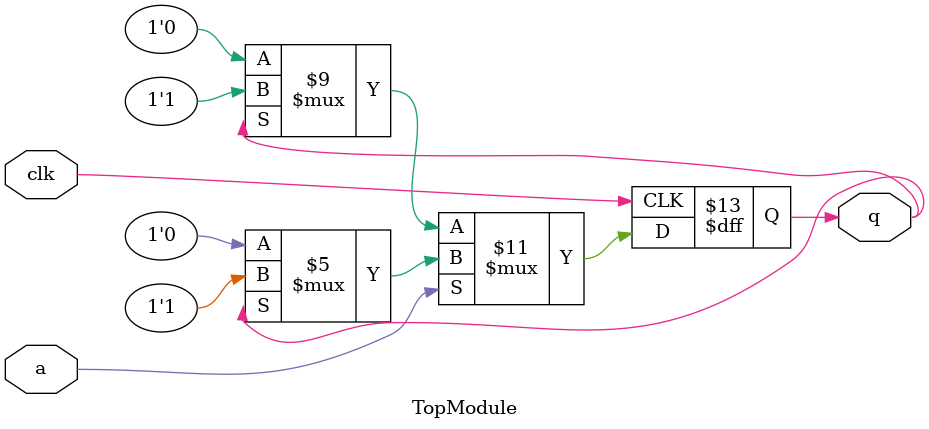
<source format=sv>

module TopModule (
  input clk,
  input a,
  output reg q
);

always @(posedge clk) begin
    case (a)
        0: 
            if (q == 1) q <= 1;
            else q <= 0;
        default:
            if (q == 1) q <= 1;
            else q <= 0;
    endcase
end

endmodule

// VERILOG-EVAL: errant inclusion of module definition

</source>
